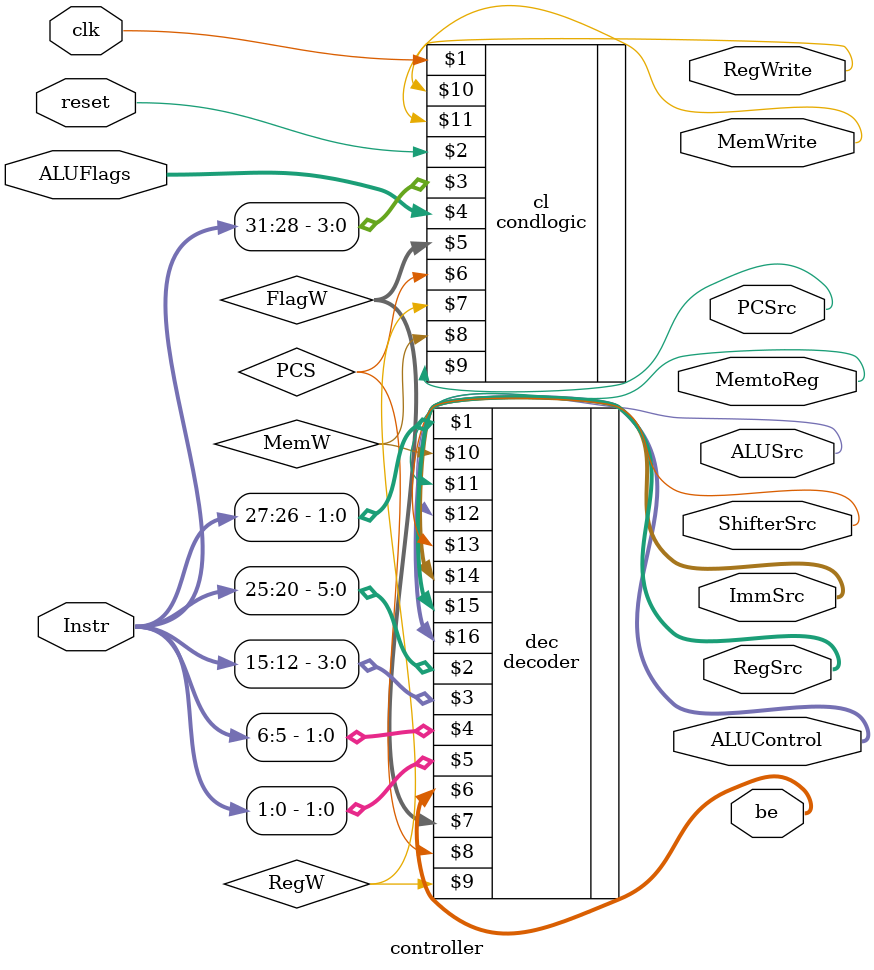
<source format=sv>
module controller(
	input logic clk, reset,
    input logic [31:0] Instr,
    input logic [3:0] ALUFlags,
    output logic [1:0] RegSrc,
    output logic RegWrite,
    output logic [1:0] ImmSrc,
    output logic ALUSrc,
	output logic ShifterSrc,
    output logic [3:0] ALUControl,
    output logic MemWrite, MemtoReg,
    output logic PCSrc,
	output logic[3:0] be);

    logic [1:0] FlagW;
    logic PCS, RegW, MemW;

    decoder dec(Instr[27:26], Instr[25:20], Instr[15:12], Instr[6:5], Instr[1:0],
        be, FlagW, PCS, RegW, MemW,
        MemtoReg, ALUSrc, ShifterSrc, ImmSrc, RegSrc, ALUControl);
    condlogic cl(clk, reset, Instr[31:28], ALUFlags,
        FlagW, PCS, RegW, MemW,
        PCSrc, RegWrite, MemWrite);

endmodule

</source>
